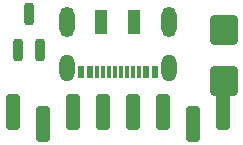
<source format=gbr>
%TF.GenerationSoftware,KiCad,Pcbnew,9.0.7*%
%TF.CreationDate,2026-02-26T13:23:17-05:00*%
%TF.ProjectId,Mag Charger Adapter,4d616720-4368-4617-9267-657220416461,X1*%
%TF.SameCoordinates,Original*%
%TF.FileFunction,Soldermask,Top*%
%TF.FilePolarity,Negative*%
%FSLAX46Y46*%
G04 Gerber Fmt 4.6, Leading zero omitted, Abs format (unit mm)*
G04 Created by KiCad (PCBNEW 9.0.7) date 2026-02-26 13:23:17*
%MOMM*%
%LPD*%
G01*
G04 APERTURE LIST*
G04 Aperture macros list*
%AMRoundRect*
0 Rectangle with rounded corners*
0 $1 Rounding radius*
0 $2 $3 $4 $5 $6 $7 $8 $9 X,Y pos of 4 corners*
0 Add a 4 corners polygon primitive as box body*
4,1,4,$2,$3,$4,$5,$6,$7,$8,$9,$2,$3,0*
0 Add four circle primitives for the rounded corners*
1,1,$1+$1,$2,$3*
1,1,$1+$1,$4,$5*
1,1,$1+$1,$6,$7*
1,1,$1+$1,$8,$9*
0 Add four rect primitives between the rounded corners*
20,1,$1+$1,$2,$3,$4,$5,0*
20,1,$1+$1,$4,$5,$6,$7,0*
20,1,$1+$1,$6,$7,$8,$9,0*
20,1,$1+$1,$8,$9,$2,$3,0*%
G04 Aperture macros list end*
%ADD10RoundRect,0.250000X0.900000X-1.000000X0.900000X1.000000X-0.900000X1.000000X-0.900000X-1.000000X0*%
%ADD11RoundRect,0.200000X0.200000X-0.750000X0.200000X0.750000X-0.200000X0.750000X-0.200000X-0.750000X0*%
%ADD12R,0.558800X1.041400*%
%ADD13R,0.330200X1.041400*%
%ADD14O,1.295400X2.590800*%
%ADD15O,1.295400X2.311400*%
%ADD16R,0.990600X2.006600*%
%ADD17RoundRect,0.250000X-0.350000X-1.250000X0.350000X-1.250000X0.350000X1.250000X-0.350000X1.250000X0*%
G04 APERTURE END LIST*
D10*
%TO.C,D1*%
X163400000Y-141350000D03*
X163400000Y-137050000D03*
%TD*%
D11*
%TO.C,D2*%
X145989000Y-138710800D03*
X147889000Y-138710800D03*
X146939000Y-135710800D03*
%TD*%
D12*
%TO.C,J2*%
X157550000Y-140615589D03*
X156818067Y-140615589D03*
D13*
X156200441Y-140615589D03*
X155700315Y-140615589D03*
X155200189Y-140615589D03*
X154700063Y-140615589D03*
X154199937Y-140615589D03*
X153699811Y-140615589D03*
X153199685Y-140615589D03*
X152699559Y-140615589D03*
D12*
X152081933Y-140615589D03*
D14*
X158770032Y-136400589D03*
D15*
X158770002Y-140220589D03*
D16*
X155850000Y-136400713D03*
X153050000Y-136400713D03*
D12*
X151350000Y-140615589D03*
D15*
X150129998Y-140220589D03*
D14*
X150129968Y-136400589D03*
%TD*%
D17*
%TO.C,J1*%
X145555000Y-143985500D03*
X148095000Y-144985500D03*
X150635000Y-143985500D03*
X153175000Y-143985500D03*
X155715000Y-143985500D03*
X158255000Y-143985500D03*
X160795000Y-144985500D03*
X163335000Y-143985500D03*
%TD*%
M02*

</source>
